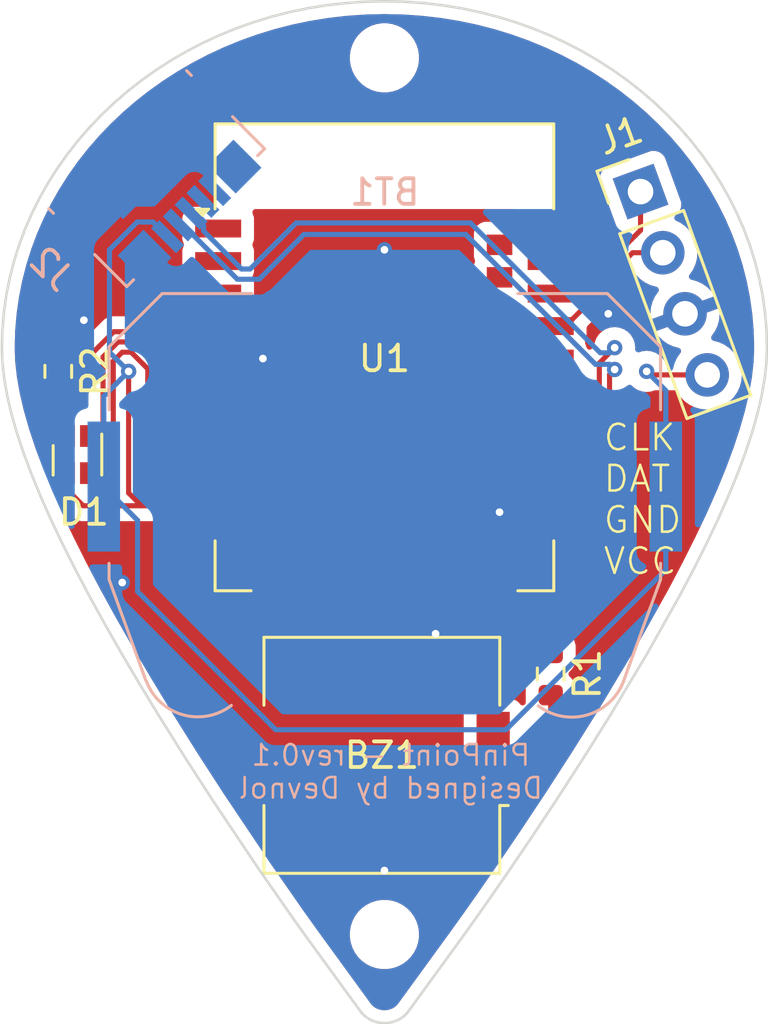
<source format=kicad_pcb>
(kicad_pcb (version 20240108) (generator "pcbnew") (generator_version "8.0")
  (layers (0 "F.Cu" signal) (31 "B.Cu" signal) (34 "B.Paste" user) (35 "F.Paste" user) (36 "B.SilkS" user "B.Silkscreen") (37 "F.SilkS" user "F.Silkscreen") (38 "B.Mask" user) (39 "F.Mask" user) (44 "Edge.Cuts" user))
  (net 0 "")
  (net 5 "Net-(D1-GK)")
  (net 6 "Net-(D1-BK)")
  (net 12 "Net-(D1-RK)")
  (net 31 "GND")
  (net 32 "VCC")
  (net 33 "/SWDCLK")
  (net 34 "/SWDIO")
  (net 36 "Net-(BZ1-+)")
  (net 38 "Net-(U1-P0.13)")
  (net 40 "/USB_D-")
  (net 41 "/USB_D+")
  (net 42 "Net-(U1-AIN0{slash}P0.02)")
  (footprint "MountingHole:MountingHole_2.2mm_M2_DIN965" (layer "F.Cu") (at 106.75 66.25)
    (property "Reference" "REF**" (hide yes))
    (property "Value" "MountingHole_2.2mm_M2_DIN965" (hide yes))
    (pad "" np_thru_hole circle (at 0 0) (size 2.2 2.2) (drill 2.2) (layers "*.Cu" "*.Mask"))
  )
  (footprint "Buzzer_Beeper:Buzzer_Murata_PKMCS0909E" (layer "F.Cu") (at 106.65 59.25 180)
    (property "Reference" "BZ1" (at 0 0 0) (layer "F.SilkS"))
    (property "Value" "Buzzer" (hide yes))
    (fp_line (start 4.61 4.61) (end -4.61 4.61) (stroke (width 0.12)) (layer "F.SilkS"))
    (fp_line (start 4.61 1.96) (end 4.61 4.61) (stroke (width 0.12)) (layer "F.SilkS"))
    (fp_line (start 4.61 -4.61) (end 4.61 -1.96) (stroke (width 0.12)) (layer "F.SilkS"))
    (fp_line (start -4.61 4.61) (end -4.61 1.96) (stroke (width 0.12)) (layer "F.SilkS"))
    (fp_line (start -4.61 -1.96) (end -4.61 -4.61) (stroke (width 0.12)) (layer "F.SilkS"))
    (fp_line (start -4.61 -1.96) (end -4.94 -1.96) (stroke (width 0.12)) (layer "F.SilkS"))
    (fp_line (start -4.61 -4.61) (end 4.61 -4.61) (stroke (width 0.12)) (layer "F.SilkS"))
    (pad "1" smd rect (at -4.35 0 180) (size 1.3 3.4) (layers "F.Cu" "F.Paste" "F.Mask") (net 36 "Net-(BZ1-+)"))
    (pad "2" smd rect (at 4.35 0 180) (size 1.3 3.4) (layers "F.Cu" "F.Paste" "F.Mask") (net 31 "GND"))
  )
  (footprint "Resistor_SMD:R_0603_1608Metric" (layer "F.Cu") (at 113.25 56.075 -90)
    (property "Reference" "R1" (at 0 -1.43 90) (layer "F.SilkS"))
    (property "Value" "100Ω")
    (fp_line (start -0.237258 0.5225) (end 0.237258 0.5225) (stroke (width 0.12)) (layer "F.SilkS"))
    (fp_line (start -0.237258 -0.5225) (end 0.237258 -0.5225) (stroke (width 0.12)) (layer "F.SilkS"))
    (pad "1" smd roundrect (at -0.825 0 270) (size 0.8 0.95) (layers "F.Cu" "F.Paste" "F.Mask") (net 38 "Net-(U1-P0.13)"))
    (pad "2" smd roundrect (at 0.825 0 270) (size 0.8 0.95) (layers "F.Cu" "F.Paste" "F.Mask") (net 36 "Net-(BZ1-+)"))
  )
  (footprint "LED_SMD:LED_LiteOn_LTST-C19HE1WT" (layer "F.Cu") (at 94.75 47.5)
    (property "Reference" "D1" (at 0.25 2.25 360) (layer "F.SilkS"))
    (property "Value" "LED_RGBA" (hide yes))
    (fp_line (start -0.95 -0.35) (end -0.95 0.8) (stroke (width 0.12)) (layer "F.SilkS"))
    (fp_line (start 0.95 -0.8) (end 0.95 0.8) (stroke (width 0.12)) (layer "F.SilkS"))
    (pad "1" smd rect (at -0.425 -0.725) (size 0.65 0.85) (layers "F.Cu" "F.Paste" "F.Mask") (net 12 "Net-(D1-RK)"))
    (pad "2" smd rect (at 0.425 -0.725) (size 0.65 0.85) (layers "F.Cu" "F.Paste" "F.Mask") (net 5 "Net-(D1-GK)"))
    (pad "3" smd rect (at 0.425 0.725) (size 0.65 0.85) (layers "F.Cu" "F.Paste" "F.Mask") (net 6 "Net-(D1-BK)"))
    (pad "4" smd rect (at -0.425 0.725) (size 0.65 0.85) (layers "F.Cu" "F.Paste" "F.Mask") (net 32 "VCC"))
  )
  (footprint "Connector_PinHeader_2.54mm:PinHeader_1x04_P2.54mm_Vertical" (layer "F.Cu") (at 116.762538 37.226362 20)
    (property "Reference" "J1" (at 0 -2.33 20) (layer "F.SilkS"))
    (property "Value" "~")
    (fp_line (start -1.33 -1.330001) (end 0 -1.33) (stroke (width 0.12)) (layer "F.SilkS"))
    (fp_line (start -1.33 0) (end -1.33 -1.330001) (stroke (width 0.12)) (layer "F.SilkS"))
    (fp_line (start -1.33 1.269999) (end 1.33 1.27) (stroke (width 0.12)) (layer "F.SilkS"))
    (fp_line (start -1.33 1.269999) (end -1.33 8.949999) (stroke (width 0.12)) (layer "F.SilkS"))
    (fp_line (start 1.33 1.27) (end 1.330001 8.95) (stroke (width 0.12)) (layer "F.SilkS"))
    (fp_line (start -1.33 8.949999) (end 1.330001 8.95) (stroke (width 0.12)) (layer "F.SilkS"))
    (pad "1" thru_hole rect (at 0 0 20) (size 1.7 1.7) (drill 1) (layers "*.Cu" "*.Mask") (net 33 "/SWDCLK"))
    (pad "2" thru_hole oval (at 0.000001 2.540001 20) (size 1.7 1.7) (drill 1) (layers "*.Cu" "*.Mask") (net 34 "/SWDIO"))
    (pad "3" thru_hole oval (at 0 5.079999 20) (size 1.7 1.7) (drill 1) (layers "*.Cu" "*.Mask") (net 31 "GND"))
    (pad "4" thru_hole oval (at -0.000001 7.62 20) (size 1.7 1.7) (drill 1) (layers "*.Cu" "*.Mask") (net 32 "VCC"))
  )
  (footprint "PinPoint_lib:E73-2G4M08S1E" (layer "F.Cu") (at 106.75 43.75)
    (property "Reference" "U1" (at 0 0 0) (layer "F.SilkS"))
    (property "Value" "E73-2G4M08S-52833")
    (fp_line (start -6.62 -9.17) (end -6.62 -5.85) (stroke (width 0.12)) (layer "F.SilkS"))
    (fp_line (start -6.62 9.07) (end -6.62 7.12) (stroke (width 0.12)) (layer "F.SilkS"))
    (fp_line (start -6.62 9.07) (end -5.215 9.07) (stroke (width 0.12)) (layer "F.SilkS"))
    (fp_line (start 6.62 -9.17) (end -6.62 -9.17) (stroke (width 0.12)) (layer "F.SilkS"))
    (fp_line (start 6.62 -9.17) (end 6.62 -5.85) (stroke (width 0.12)) (layer "F.SilkS"))
    (fp_line (start 6.62 9.07) (end 5.215 9.07) (stroke (width 0.12)) (layer "F.SilkS"))
    (fp_line (start 6.62 9.07) (end 6.62 7.12) (stroke (width 0.12)) (layer "F.SilkS"))
    (fp_poly (pts (xy -7.112 -5.588) (xy -6.858 -5.842) (xy -7.366 -5.842)) (stroke (width 0.1)) (fill solid) (layer "F.SilkS"))
    (pad "1" smd rect (at -6.5 -5.08) (size 1.8 0.7) (layers "F.Cu" "F.Paste" "F.Mask"))
    (pad "2" smd rect (at -6.5 -3.81) (size 1.8 0.7) (layers "F.Cu" "F.Paste" "F.Mask"))
    (pad "3" smd rect (at -6.5 -2.54) (size 1.8 0.7) (layers "F.Cu" "F.Paste" "F.Mask"))
    (pad "4" smd rect (at -6.5 -1.27) (size 1.8 0.7) (layers "F.Cu" "F.Paste" "F.Mask"))
    (pad "5" smd rect (at -6.5 0) (size 1.8 0.7) (layers "F.Cu" "F.Paste" "F.Mask") (net 31 "GND"))
    (pad "6" smd rect (at -6.5 1.27) (size 1.8 0.7) (layers "F.Cu" "F.Paste" "F.Mask"))
    (pad "7" smd rect (at -6.5 2.54) (size 1.8 0.7) (layers "F.Cu" "F.Paste" "F.Mask") (net 42 "Net-(U1-AIN0{slash}P0.02)"))
    (pad "8" smd rect (at -6.5 3.81) (size 1.8 0.7) (layers "F.Cu" "F.Paste" "F.Mask") (net 5 "Net-(D1-GK)"))
    (pad "9" smd rect (at -6.5 5.08) (size 1.8 0.7) (layers "F.Cu" "F.Paste" "F.Mask") (net 6 "Net-(D1-BK)"))
    (pad "10" smd rect (at -6.5 6.35) (size 1.8 0.7) (layers "F.Cu" "F.Paste" "F.Mask"))
    (pad "11" smd rect (at -4.445 8.95) (size 0.7 1.8) (layers "F.Cu" "F.Paste" "F.Mask"))
    (pad "12" smd rect (at -3.8 6.95) (size 0.8 1) (layers "F.Cu" "F.Paste" "F.Mask"))
    (pad "13" smd rect (at -3.175 8.95) (size 0.7 1.8) (layers "F.Cu" "F.Paste" "F.Mask"))
    (pad "14" smd rect (at -2.53 6.95) (size 0.8 1) (layers "F.Cu" "F.Paste" "F.Mask"))
    (pad "15" smd rect (at -1.905 8.95) (size 0.7 1.8) (layers "F.Cu" "F.Paste" "F.Mask"))
    (pad "16" smd rect (at -1.26 6.95) (size 0.8 1) (layers "F.Cu" "F.Paste" "F.Mask"))
    (pad "17" smd rect (at -0.635 8.95) (size 0.7 1.8) (layers "F.Cu" "F.Paste" "F.Mask"))
    (pad "18" smd rect (at 0.01 6.95) (size 0.8 1) (layers "F.Cu" "F.Paste" "F.Mask"))
    (pad "19" smd rect (at 0.635 8.95) (size 0.7 1.8) (layers "F.Cu" "F.Paste" "F.Mask") (net 32 "VCC"))
    (pad "20" smd rect (at 1.28 6.95) (size 0.8 1) (layers "F.Cu" "F.Paste" "F.Mask"))
    (pad "21" smd rect (at 1.905 8.95) (size 0.7 1.8) (layers "F.Cu" "F.Paste" "F.Mask") (net 31 "GND"))
    (pad "22" smd rect (at 2.55 6.95) (size 0.8 1) (layers "F.Cu" "F.Paste" "F.Mask"))
    (pad "23" smd rect (at 3.175 8.95) (size 0.7 1.8) (layers "F.Cu" "F.Paste" "F.Mask"))
    (pad "24" smd rect (at 3.82 6.95) (size 0.8 1) (layers "F.Cu" "F.Paste" "F.Mask") (net 31 "GND"))
    (pad "25" smd rect (at 4.445 8.95) (size 0.7 1.8) (layers "F.Cu" "F.Paste" "F.Mask"))
    (pad "26" smd rect (at 6.5 6.35) (size 1.8 0.7) (layers "F.Cu" "F.Paste" "F.Mask"))
    (pad "27" smd rect (at 6.5 5.08) (size 1.8 0.7) (layers "F.Cu" "F.Paste" "F.Mask"))
    (pad "28" smd rect (at 4.5 4.445) (size 1 0.8) (layers "F.Cu" "F.Paste" "F.Mask"))
    (pad "29" smd rect (at 6.5 3.81) (size 1.8 0.7) (layers "F.Cu" "F.Paste" "F.Mask") (net 40 "/USB_D-"))
    (pad "30" smd rect (at 4.5 3.175) (size 1 0.8) (layers "F.Cu" "F.Paste" "F.Mask"))
    (pad "31" smd rect (at 6.5 2.54) (size 1.8 0.7) (layers "F.Cu" "F.Paste" "F.Mask") (net 41 "/USB_D+"))
    (pad "32" smd rect (at 4.5 1.905) (size 1 0.8) (layers "F.Cu" "F.Paste" "F.Mask"))
    (pad "33" smd rect (at 6.5 1.27) (size 1.8 0.7) (layers "F.Cu" "F.Paste" "F.Mask") (net 38 "Net-(U1-P0.13)"))
    (pad "34" smd rect (at 4.5 0.635) (size 1 0.8) (layers "F.Cu" "F.Paste" "F.Mask"))
    (pad "35" smd rect (at 6.5 0) (size 1.8 0.7) (layers "F.Cu" "F.Paste" "F.Mask"))
    (pad "36" smd rect (at 4.5 -0.635) (size 1 0.8) (layers "F.Cu" "F.Paste" "F.Mask"))
    (pad "37" smd rect (at 6.5 -1.27) (size 1.8 0.7) (layers "F.Cu" "F.Paste" "F.Mask") (net 34 "/SWDIO"))
    (pad "38" smd rect (at 4.5 -1.905) (size 1 0.8) (layers "F.Cu" "F.Paste" "F.Mask"))
    (pad "39" smd rect (at 6.5 -2.54) (size 1.8 0.7) (layers "F.Cu" "F.Paste" "F.Mask") (net 33 "/SWDCLK"))
    (pad "40" smd rect (at 4.5 -3.175) (size 1 0.8) (layers "F.Cu" "F.Paste" "F.Mask"))
    (pad "41" smd rect (at 6.5 -3.81) (size 1.8 0.7) (layers "F.Cu" "F.Paste" "F.Mask"))
    (pad "42" smd rect (at 4.5 -4.445) (size 1 0.8) (layers "F.Cu" "F.Paste" "F.Mask"))
    (pad "43" smd rect (at 6.5 -5.08) (size 1.8 0.7) (layers "F.Cu" "F.Paste" "F.Mask"))
    (zone (net 0) (net_name "") (layers "*.Cu") (name "RF Blockout") (connect_pads (clearance 0)) (min_thickness 0.25)
      (keepout (tracks not_allowed) (vias not_allowed) (pads not_allowed) (copperpour not_allowed) (footprints not_allowed))
      (fill (thermal_gap 0.5) (thermal_bridge_width 0.5))
      (polygon (pts (xy 100.146 37.908) (xy 113.354 37.908) (xy 113.354 34.606) (xy 100.146 34.606)))
    )
  )
  (footprint "Resistor_SMD:R_0603_1608Metric" (layer "F.Cu") (at 94 44.25 -90)
    (property "Reference" "R2" (at 0 -1.43 90) (layer "F.SilkS"))
    (property "Value" "25Ω")
    (fp_line (start -0.237258 0.5225) (end 0.237258 0.5225) (stroke (width 0.12)) (layer "F.SilkS"))
    (fp_line (start -0.237258 -0.5225) (end 0.237258 -0.5225) (stroke (width 0.12)) (layer "F.SilkS"))
    (pad "1" smd roundrect (at -0.825 0 270) (size 0.8 0.95) (layers "F.Cu" "F.Paste" "F.Mask") (net 42 "Net-(U1-AIN0{slash}P0.02)"))
    (pad "2" smd roundrect (at 0.825 0 270) (size 0.8 0.95) (layers "F.Cu" "F.Paste" "F.Mask") (net 12 "Net-(D1-RK)"))
  )
  (footprint "MountingHole:MountingHole_2.2mm_M2_DIN965" (layer "F.Cu") (at 106.75 32)
    (property "Reference" "REF**" (hide yes))
    (property "Value" "MountingHole_2.2mm_M2_DIN965" (hide yes))
    (pad "" np_thru_hole circle (at 0 0) (size 2.2 2.2) (drill 2.2) (layers "*.Cu" "*.Mask"))
  )
  (footprint "Battery:BatteryHolder_Keystone_3034_1x20mm" (layer "B.Cu") (at 106.765 48.75 180)
    (property "Reference" "BT1" (at 0 11.5 0) (layer "B.SilkS") (effects (justify mirror)))
    (property "Value" "Battery_Cell" (hide yes))
    (fp_line (start 10.78 5.46) (end 8.7 7.54) (stroke (width 0.12)) (layer "B.SilkS"))
    (fp_line (start 10.78 3) (end 10.78 5.46) (stroke (width 0.12)) (layer "B.SilkS"))
    (fp_line (start 10.78 -3.63) (end 10.78 -3) (stroke (width 0.12)) (layer "B.SilkS"))
    (fp_line (start 9.34 -7.58) (end 10.78 -3.63) (stroke (width 0.12)) (layer "B.SilkS"))
    (fp_line (start 5.2 7.54) (end 8.7 7.54) (stroke (width 0.12)) (layer "B.SilkS"))
    (fp_line (start -8.7 7.54) (end -5.2 7.54) (stroke (width 0.12)) (layer "B.SilkS"))
    (fp_line (start -9.34 -7.58) (end -10.78 -3.63) (stroke (width 0.12)) (layer "B.SilkS"))
    (fp_line (start -10.78 5.46) (end -8.7 7.54) (stroke (width 0.12)) (layer "B.SilkS"))
    (fp_line (start -10.78 3) (end -10.78 5.46) (stroke (width 0.12)) (layer "B.SilkS"))
    (fp_line (start -10.78 -3.63) (end -10.78 -3) (stroke (width 0.12)) (layer "B.SilkS"))
    (fp_arc (start 6 -8.55) (mid 7.90634 -8.911669) (end 9.325243 -7.588169) (stroke (width 0.12)) (layer "B.SilkS"))
    (fp_arc (start -9.34 -7.58) (mid -7.921654 -8.918738) (end -6.003354 -8.56653) (stroke (width 0.12)) (layer "B.SilkS"))
    (pad "1" smd rect (at -10.985 0 180) (size 1.27 5.08) (layers "B.Cu" "B.Paste" "B.Mask") (net 32 "VCC"))
    (pad "1" smd rect (at 10.985 0 180) (size 1.27 5.08) (layers "B.Cu" "B.Paste" "B.Mask") (net 32 "VCC"))
    (pad "2" smd circle (at 0 0 180) (size 17.8 17.8) (layers "B.Cu" "B.Mask") (net 31 "GND"))
  )
  (footprint "Connector_USB:USB_Micro-B_Molex_47346-0001" (layer "B.Cu") (at 98.161701 37.035354 45)
    (property "Reference" "J2" (at -5.392642 -0.846446 135) (layer "B.SilkS") (effects (justify mirror)))
    (property "Value" "~" (hide yes))
    (fp_line (start -3.810001 -2.340002) (end -3.81 -2.600001) (stroke (width 0.12)) (layer "B.SilkS"))
    (fp_line (start -3.81 1.71) (end -3.810002 -0.060001) (stroke (width 0.12)) (layer "B.SilkS"))
    (fp_line (start -3.429999 1.710001) (end -3.81 1.71) (stroke (width 0.12)) (layer "B.SilkS"))
    (fp_line (start 3.81 -2.600001) (end 3.809999 -2.34) (stroke (width 0.12)) (layer "B.SilkS"))
    (fp_line (start 3.81 -0.06) (end 3.81 1.710001) (stroke (width 0.12)) (layer "B.SilkS"))
    (fp_line (start 3.43 1.709999) (end 3.81 1.710001) (stroke (width 0.12)) (layer "B.SilkS"))
    (pad "1" smd rect (at -1.3 1.460001 45) (size 0.45 1.38) (layers "B.Cu" "B.Paste" "B.Mask") (net 32 "VCC"))
    (pad "2" smd rect (at -0.649999 1.460001 45) (size 0.45 1.38) (layers "B.Cu" "B.Paste" "B.Mask") (net 40 "/USB_D-"))
    (pad "3" smd rect (at 0.000001 1.460002 45) (size 0.45 1.38) (layers "B.Cu" "B.Paste" "B.Mask") (net 41 "/USB_D+"))
    (pad "4" smd rect (at 0.650001 1.460002 45) (size 0.45 1.38) (layers "B.Cu" "B.Paste" "B.Mask"))
    (pad "5" smd rect (at 1.300002 1.460002 45) (size 0.45 1.38) (layers "B.Cu" "B.Paste" "B.Mask") (net 31 "GND"))
    (pad "6" smd rect (at -3.375 -1.200001 45) (size 1.65 1.3) (layers "B.Cu" "B.Paste" "B.Mask") (net 31 "GND"))
    (pad "6" smd rect (at -2.487499 1.375 45) (size 1.425 1.55) (layers "B.Cu" "B.Paste" "B.Mask") (net 31 "GND"))
    (pad "6" smd rect (at -1.150001 -1.199999 45) (size 1.8 1.9) (layers "B.Cu" "B.Paste" "B.Mask") (net 31 "GND"))
    (pad "6" smd rect (at 1.549999 -1.2 45) (size 1 1.9) (layers "B.Cu" "B.Paste" "B.Mask") (net 31 "GND"))
    (pad "6" smd rect (at 2.4875 1.375 45) (size 1.425 1.55) (layers "B.Cu" "B.Paste" "B.Mask") (net 31 "GND"))
    (pad "6" smd rect (at 3.374999 -1.2 45) (size 1.65 1.3) (layers "B.Cu" "B.Paste" "B.Mask") (net 31 "GND"))
  )
  (gr_poly (pts (xy 107.518424 29.808266) (xy 108.276894 29.860681) (xy 109.024463 29.946989) (xy 109.760183 30.066335) (xy 110.483107 30.217859) (xy 111.192289 30.400704) (xy 111.886781 30.614013) (xy 112.565636 30.856927) (xy 113.227909 31.128588) (xy 113.872651 31.42814) (xy 114.498915 31.754724) (xy 115.105755 32.107482) (xy 115.692224 32.485556) (xy 116.257375 32.888089) (xy 116.800261 33.314223) (xy 117.319935 33.763101) (xy 117.81545 34.233863) (xy 118.285859 34.725653) (xy 118.730215 35.237613) (xy 119.147571 35.768885) (xy 119.536981 36.31861) (xy 119.897497 36.885933) (xy 120.228172 37.469993) (xy 120.52806 38.069935) (xy 120.796213 38.684899) (xy 121.031685 39.314029) (xy 121.233528 39.956466) (xy 121.400796 40.611352) (xy 121.532542 41.277831) (xy 121.627818 41.955043) (xy 121.685678 42.642131) (xy 121.705176 43.338238) (xy 121.682243 43.919635) (xy 121.613164 44.538652) (xy 121.49752 45.19627) (xy 121.334889 45.893473) (xy 121.124851 46.631245) (xy 120.866987 47.410569) (xy 120.560875 48.232428) (xy 120.206095 49.097805) (xy 119.802227 50.007683) (xy 119.348851 50.963046) (xy 118.845547 51.964878) (xy 118.291893 53.01416) (xy 117.031858 55.259012) (xy 115.565382 57.705468) (xy 114.493047 59.416099) (xy 113.457 61.018265) (xy 112.488292 62.477613) (xy 111.617976 63.759788) (xy 110.877105 64.830438) (xy 110.296731 65.655208) (xy 109.741682 66.429696) (xy 107.685316 69.253266) (xy 107.644782 69.30532) (xy 107.601047 69.354631) (xy 107.554285 69.401113) (xy 107.504671 69.444682) (xy 107.452377 69.485253) (xy 107.397577 69.52274) (xy 107.340446 69.55706) (xy 107.281156 69.588128) (xy 107.219883 69.615858) (xy 107.156798 69.640165) (xy 107.092077 69.660966) (xy 107.025893 69.678175) (xy 106.958419 69.691707) (xy 106.889829 69.701478) (xy 106.820298 69.707403) (xy 106.749998 69.709397) (xy 106.679698 69.707403) (xy 106.610166 69.701478) (xy 106.541577 69.691707) (xy 106.474103 69.678175) (xy 106.407919 69.660966) (xy 106.343198 69.640165) (xy 106.280114 69.615858) (xy 106.218841 69.588128) (xy 106.159552 69.55706) (xy 106.102421 69.52274) (xy 106.047622 69.485253) (xy 105.995329 69.444682) (xy 105.945715 69.401113) (xy 105.898953 69.354631) (xy 105.855219 69.30532) (xy 105.814684 69.253266) (xy 103.758227 66.429535) (xy 103.199609 65.649235) (xy 101.873299 63.745547) (xy 100.033549 61.002837) (xy 99.000586 59.405712) (xy 97.934607 57.705468) (xy 97.175355 56.45649) (xy 96.468133 55.258905) (xy 95.812521 54.111728) (xy 95.208099 53.013977) (xy 94.654447 51.964668) (xy 94.151143 50.962818) (xy 93.697768 50.007443) (xy 93.293901 49.097561) (xy 92.939122 48.232188) (xy 92.633011 47.410341) (xy 92.375147 46.631037) (xy 92.16511 45.893292) (xy 92.00248 45.196123) (xy 91.886836 44.538546) (xy 91.817758 43.919579) (xy 91.794825 43.338238) (xy 91.814322 42.642131) (xy 91.872182 41.955043) (xy 91.967459 41.277831) (xy 92.099204 40.611352) (xy 92.266472 39.956466) (xy 92.468315 39.314029) (xy 92.703787 38.684899) (xy 92.97194 38.069935) (xy 93.271827 37.469993) (xy 93.602502 36.885933) (xy 93.963018 36.31861) (xy 94.352427 35.768885) (xy 94.769783 35.237613) (xy 95.214139 34.725653) (xy 95.684547 34.233863) (xy 96.180062 33.763101) (xy 96.699736 33.314223) (xy 97.242621 32.888089) (xy 97.807772 32.485556) (xy 98.394241 32.107482) (xy 99.001081 31.754724) (xy 99.627345 31.42814) (xy 100.272087 31.128588) (xy 100.934359 30.856927) (xy 101.613215 30.614013) (xy 102.307707 30.400704) (xy 103.016889 30.217859) (xy 103.739813 30.066335) (xy 104.475533 29.946989) (xy 105.223102 29.860681) (xy 105.981573 29.808266) (xy 106.749998 29.790604)) (stroke (width 0.1)) (fill none) (layer "Edge.Cuts"))
  (gr_text "PinPoint - rev0.1\nDesigned by Devnol" (at 107 61 0) (layer "B.SilkS") (effects (font (size 0.8 0.8) (thickness 0.1)) (justify bottom mirror)))
  (gr_text "CLK\nDAT\nGND\nVCC" (at 115.25 49.25 0) (layer "F.SilkS") (effects (font (size 1 1) (thickness 0.1)) (justify left)))
  (segment (start 97.1 43.1) (end 97.9 43.9) (width 0.2) (layer "F.Cu") (net 5))
  (segment (start 97.9 43.9) (end 97.9 46.65) (width 0.2) (layer "F.Cu") (net 5))
  (segment (start 95.75 46.725) (end 95.75 43.684314) (width 0.2) (layer "F.Cu") (net 5))
  (segment (start 98.81 47.56) (end 100.25 47.56) (width 0.2) (layer "F.Cu") (net 5))
  (segment (start 95.7 46.775) (end 95.75 46.725) (width 0.2) (layer "F.Cu") (net 5))
  (segment (start 95.175 46.775) (end 95.7 46.775) (width 0.2) (layer "F.Cu") (net 5))
  (segment (start 96.334314 43.1) (end 97.1 43.1) (width 0.2) (layer "F.Cu") (net 5))
  (segment (start 97.9 46.65) (end 98.81 47.56) (width 0.2) (layer "F.Cu") (net 5))
  (segment (start 95.75 43.684314) (end 96.334314 43.1) (width 0.2) (layer "F.Cu") (net 5))
  (segment (start 95.175 48.225) (end 96.15 47.25) (width 0.2) (layer "F.Cu") (net 6))
  (segment (start 96.15 43.85) (end 96.5 43.5) (width 0.2) (layer "F.Cu") (net 6))
  (segment (start 96.15 47.25) (end 96.15 43.85) (width 0.2) (layer "F.Cu") (net 6))
  (segment (start 97.5 48.25) (end 98.08 48.83) (width 0.2) (layer "F.Cu") (net 6))
  (segment (start 97.5 44.151471) (end 97.5 48.25) (width 0.2) (layer "F.Cu") (net 6))
  (segment (start 96.848529 43.5) (end 97.5 44.151471) (width 0.2) (layer "F.Cu") (net 6))
  (segment (start 96.5 43.5) (end 96.848529 43.5) (width 0.2) (layer "F.Cu") (net 6))
  (segment (start 98.08 48.83) (end 100.25 48.83) (width 0.2) (layer "F.Cu") (net 6))
  (segment (start 94 46.45) (end 94.325 46.775) (width 0.2) (layer "F.Cu") (net 12))
  (segment (start 94 45.075) (end 94 46.45) (width 0.2) (layer "F.Cu") (net 12))
  (via (at 102 43.75) (size 0.6) (drill 0.3) (layers "F.Cu" "B.Cu") (net 31))
  (via (at 106.75 39.5) (size 0.6) (drill 0.3) (layers "F.Cu" "B.Cu") (net 31))
  (via (at 106.75 63.75) (size 0.6) (drill 0.3) (layers "F.Cu" "B.Cu") (net 31))
  (via (at 95 42.25) (size 0.6) (drill 0.3) (layers "F.Cu" "B.Cu") (net 31))
  (via (at 96.5 52.5) (size 0.6) (drill 0.3) (layers "F.Cu" "B.Cu") (net 31))
  (via (at 108.75 54.5) (size 0.6) (drill 0.3) (layers "F.Cu" "B.Cu") (net 31))
  (via (at 115.5 42) (size 0.6) (drill 0.3) (layers "F.Cu" "B.Cu") (net 31))
  (via (at 111.25 49.75) (size 0.6) (drill 0.3) (layers "F.Cu" "B.Cu") (net 31))
  (segment (start 99.8 51.5) (end 99.05 50.75) (width 0.2) (layer "F.Cu") (net 32))
  (segment (start 107.385 52.15) (end 106.735 51.5) (width 0.2) (layer "F.Cu") (net 32))
  (segment (start 96.75 49) (end 96.75 44.25) (width 0.2) (layer "F.Cu") (net 32))
  (segment (start 106.735 51.5) (end 99.8 51.5) (width 0.2) (layer "F.Cu") (net 32))
  (segment (start 98.75 49.5) (end 97.25 49.5) (width 0.2) (layer "F.Cu") (net 32))
  (segment (start 119.368731 44.38682) (end 117.13682 44.38682) (width 0.2) (layer "F.Cu") (net 32))
  (segment (start 94.325 48.225) (end 94.325 48.85) (width 0.2) (layer "F.Cu") (net 32))
  (segment (start 97.25 49.5) (end 96.75 49) (width 0.2) (layer "F.Cu") (net 32))
  (segment (start 117.13682 44.38682) (end 117 44.25) (width 0.2) (layer "F.Cu") (net 32))
  (segment (start 94.975 49.5) (end 97.25 49.5) (width 0.2) (layer "F.Cu") (net 32))
  (segment (start 107.385 52.7) (end 107.385 52.15) (width 0.2) (layer "F.Cu") (net 32))
  (segment (start 99.05 49.8) (end 98.75 49.5) (width 0.2) (layer "F.Cu") (net 32))
  (segment (start 94.325 48.85) (end 94.975 49.5) (width 0.2) (layer "F.Cu") (net 32))
  (segment (start 99.05 50.75) (end 99.05 49.8) (width 0.2) (layer "F.Cu") (net 32))
  (via (at 117 44.25) (size 0.6) (drill 0.3) (layers "F.Cu" "B.Cu") (net 32))
  (via (at 96.75 44.25) (size 0.6) (drill 0.3) (layers "F.Cu" "B.Cu") (net 32))
  (segment (start 96 43.5) (end 96.75 44.25) (width 0.2) (layer "B.Cu") (net 32))
  (segment (start 111.5 58.25) (end 102.5 58.25) (width 0.2) (layer "B.Cu") (net 32))
  (segment (start 97.085268 38.414732) (end 96 39.5) (width 0.2) (layer "B.Cu") (net 32))
  (segment (start 95.78 45.22) (end 95.78 48.75) (width 0.2) (layer "B.Cu") (net 32))
  (segment (start 117.75 45) (end 117.75 48.75) (width 0.2) (layer "B.Cu") (net 32))
  (segment (start 98.274839 38.986969) (end 97.702602 38.414732) (width 0.2) (layer "B.Cu") (net 32))
  (segment (start 102.5 58.25) (end 97.1 52.85) (width 0.2) (layer "B.Cu") (net 32))
  (segment (start 117 44.25) (end 117.75 45) (width 0.2) (layer "B.Cu") (net 32))
  (segment (start 97.1 50.07) (end 95.78 48.75) (width 0.2) (layer "B.Cu") (net 32))
  (segment (start 96.75 44.25) (end 95.78 45.22) (width 0.2) (layer "B.Cu") (net 32))
  (segment (start 96 39.5) (end 96 43.5) (width 0.2) (layer "B.Cu") (net 32))
  (segment (start 117.75 52) (end 111.5 58.25) (width 0.2) (layer "B.Cu") (net 32))
  (segment (start 117.75 48.75) (end 117.75 52) (width 0.2) (layer "B.Cu") (net 32))
  (segment (start 97.702602 38.414732) (end 97.085268 38.414732) (width 0.2) (layer "B.Cu") (net 32))
  (segment (start 97.1 52.85) (end 97.1 50.07) (width 0.2) (layer "B.Cu") (net 32))
  (segment (start 114.29 41.21) (end 116.762538 38.737462) (width 0.2) (layer "F.Cu") (net 33))
  (segment (start 113.25 41.21) (end 114.29 41.21) (width 0.2) (layer "F.Cu") (net 33))
  (segment (start 116.762538 38.737462) (end 116.762538 37.226362) (width 0.2) (layer "F.Cu") (net 33))
  (segment (start 114.45 41.86) (end 113.83 42.48) (width 0.2) (layer "F.Cu") (net 34))
  (segment (start 113.83 42.48) (end 113.25 42.48) (width 0.2) (layer "F.Cu") (net 34))
  (segment (start 117.631269 39.613182) (end 116.452504 39.613182) (width 0.2) (layer "F.Cu") (net 34))
  (segment (start 116.452504 39.613182) (end 114.45 41.615686) (width 0.2) (layer "F.Cu") (net 34))
  (segment (start 114.45 41.615686) (end 114.45 41.86) (width 0.2) (layer "F.Cu") (net 34))
  (segment (start 113.25 58.25) (end 113.25 56.9) (width 0.2) (layer "F.Cu") (net 36))
  (segment (start 111 59.25) (end 112.25 59.25) (width 0.2) (layer "F.Cu") (net 36))
  (segment (start 112.25 59.25) (end 113.25 58.25) (width 0.2) (layer "F.Cu") (net 36))
  (segment (start 113.25 55.25) (end 112.05 54.05) (width 0.2) (layer "F.Cu") (net 38))
  (segment (start 112.05 54.05) (end 112.05 45.64) (width 0.2) (layer "F.Cu") (net 38))
  (segment (start 112.67 45.02) (end 113.25 45.02) (width 0.2) (layer "F.Cu") (net 38))
  (segment (start 112.05 45.64) (end 112.67 45.02) (width 0.2) (layer "F.Cu") (net 38))
  (segment (start 115.55 44.375) (end 115.55 46.2) (width 0.2) (layer "F.Cu") (net 40))
  (segment (start 114.19 47.56) (end 113.25 47.56) (width 0.2) (layer "F.Cu") (net 40))
  (segment (start 115.75 44.175) (end 115.55 44.375) (width 0.2) (layer "F.Cu") (net 40))
  (segment (start 115.55 46.2) (end 114.19 47.56) (width 0.2) (layer "F.Cu") (net 40))
  (via (at 115.75 44.175) (size 0.6) (drill 0.3) (layers "F.Cu" "B.Cu") (net 40))
  (segment (start 98.734459 38.527349) (end 98.87588 38.527349) (width 0.2) (layer "B.Cu") (net 40))
  (segment (start 98.87588 38.527349) (end 100.998531 40.65) (width 0.2) (layer "B.Cu") (net 40))
  (segment (start 101.854235 40.65) (end 103.604235 38.9) (width 0.2) (layer "B.Cu") (net 40))
  (segment (start 103.604235 38.9) (end 109.925765 38.9) (width 0.2) (layer "B.Cu") (net 40))
  (segment (start 109.925765 38.9) (end 115.000766 43.975001) (width 0.2) (layer "B.Cu") (net 40))
  (segment (start 115.550001 43.975001) (end 115.75 44.175) (width 0.2) (layer "B.Cu") (net 40))
  (segment (start 115.000766 43.975001) (end 115.550001 43.975001) (width 0.2) (layer "B.Cu") (net 40))
  (segment (start 100.998531 40.65) (end 101.854235 40.65) (width 0.2) (layer "B.Cu") (net 40))
  (segment (start 115.15 45.023603) (end 113.883603 46.29) (width 0.2) (layer "F.Cu") (net 41))
  (segment (start 113.883603 46.29) (end 113.25 46.29) (width 0.2) (layer "F.Cu") (net 41))
  (segment (start 115.75 43.325) (end 115.3 43.775) (width 0.2) (layer "F.Cu") (net 41))
  (segment (start 115.3 43.775) (end 115.3 43.776471) (width 0.2) (layer "F.Cu") (net 41))
  (segment (start 115.3 43.776471) (end 115.15 43.926471) (width 0.2) (layer "F.Cu") (net 41))
  (segment (start 115.15 43.926471) (end 115.15 45.023603) (width 0.2) (layer "F.Cu") (net 41))
  (via (at 115.75 43.325) (size 0.6) (drill 0.3) (layers "F.Cu" "B.Cu") (net 41))
  (segment (start 99.681462 38.767245) (end 101.164217 40.25) (width 0.2) (layer "B.Cu") (net 41))
  (segment (start 110.112153 38.45002) (end 115.187132 43.524999) (width 0.2) (layer "B.Cu") (net 41))
  (segment (start 101.164217 40.25) (end 101.5 40.25) (width 0.2) (layer "B.Cu") (net 41))
  (segment (start 101.5 40.25) (end 103.29998 38.45002) (width 0.2) (layer "B.Cu") (net 41))
  (segment (start 99.681462 38.555113) (end 99.681462 38.767245) (width 0.2) (layer "B.Cu") (net 41))
  (segment (start 115.550001 43.524999) (end 115.75 43.325) (width 0.2) (layer "B.Cu") (net 41))
  (segment (start 99.194079 38.06773) (end 99.681462 38.555113) (width 0.2) (layer "B.Cu") (net 41))
  (segment (start 103.29998 38.45002) (end 110.112153 38.45002) (width 0.2) (layer "B.Cu") (net 41))
  (segment (start 115.187132 43.524999) (end 115.550001 43.524999) (width 0.2) (layer "B.Cu") (net 41))
  (segment (start 98.3 43.55) (end 98.3 44.89) (width 0.2) (layer "F.Cu") (net 42))
  (segment (start 96.168628 42.7) (end 97.45 42.7) (width 0.2) (layer "F.Cu") (net 42))
  (segment (start 94 43.425) (end 94.325 43.75) (width 0.2) (layer "F.Cu") (net 42))
  (segment (start 99.7 46.29) (end 100.25 46.29) (width 0.2) (layer "F.Cu") (net 42))
  (segment (start 98.3 44.89) (end 99.7 46.29) (width 0.2) (layer "F.Cu") (net 42))
  (segment (start 94.325 43.75) (end 95.118628 43.75) (width 0.2) (layer "F.Cu") (net 42))
  (segment (start 95.118628 43.75) (end 96.168628 42.7) (width 0.2) (layer "F.Cu") (net 42))
  (segment (start 97.45 42.7) (end 98.3 43.55) (width 0.2) (layer "F.Cu") (net 42))
  (zone (net 31) (net_name "GND") (layers "F&B.Cu") (name "GND_FIll") (connect_pads thru_hole_only (clearance 0.5)) (min_thickness 0.25) (fill yes (thermal_gap 0.5) (thermal_bridge_width 0.5))
    (polygon (pts (xy 91.75 29.75) (xy 121.75 29.75) (xy 121.75 69.75) (xy 91.75 69.75)))
  )
)
</source>
